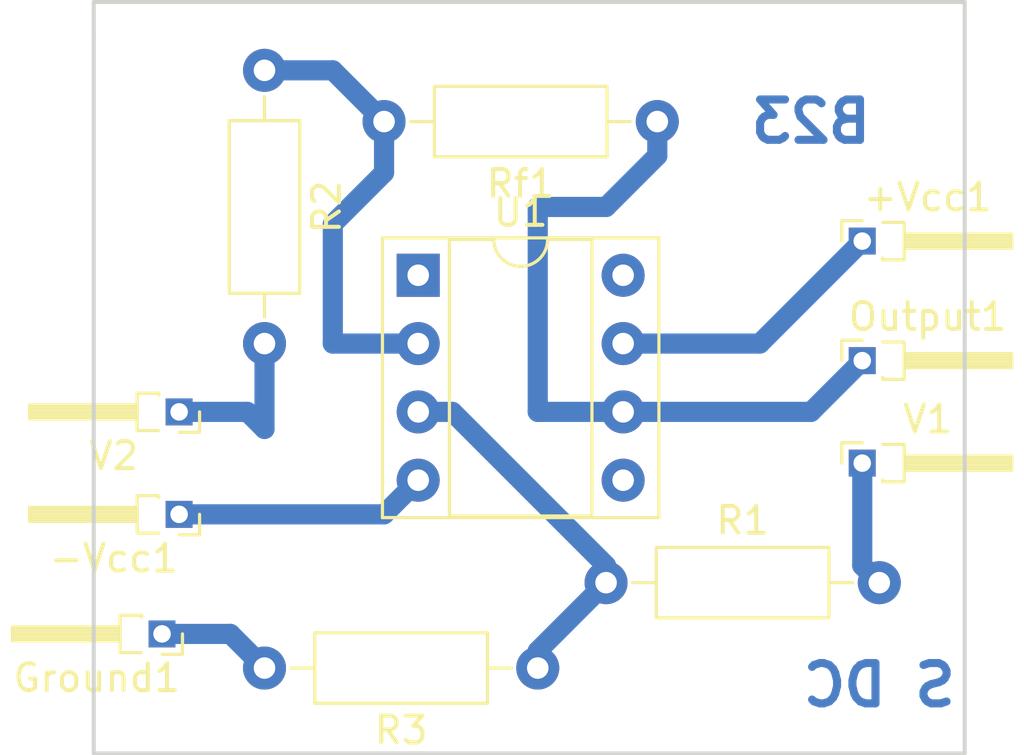
<source format=kicad_pcb>
(kicad_pcb (version 4) (host pcbnew 4.0.7)

  (general
    (links 11)
    (no_connects 0)
    (area 131.569999 73.584999 170.055001 101.81)
    (thickness 1.6)
    (drawings 7)
    (tracks 29)
    (zones 0)
    (modules 11)
    (nets 12)
  )

  (page A4)
  (layers
    (0 F.Cu signal)
    (31 B.Cu signal)
    (32 B.Adhes user)
    (33 F.Adhes user)
    (34 B.Paste user)
    (35 F.Paste user)
    (36 B.SilkS user)
    (37 F.SilkS user)
    (38 B.Mask user)
    (39 F.Mask user)
    (40 Dwgs.User user)
    (41 Cmts.User user)
    (42 Eco1.User user)
    (43 Eco2.User user)
    (44 Edge.Cuts user)
    (45 Margin user)
    (46 B.CrtYd user)
    (47 F.CrtYd user)
    (48 B.Fab user)
    (49 F.Fab user)
  )

  (setup
    (last_trace_width 0.75)
    (trace_clearance 0.2)
    (zone_clearance 0.508)
    (zone_45_only no)
    (trace_min 0.2)
    (segment_width 0.2)
    (edge_width 0.15)
    (via_size 0.6)
    (via_drill 0.4)
    (via_min_size 0.4)
    (via_min_drill 0.3)
    (uvia_size 0.3)
    (uvia_drill 0.1)
    (uvias_allowed no)
    (uvia_min_size 0.2)
    (uvia_min_drill 0.1)
    (pcb_text_width 0.3)
    (pcb_text_size 1.5 1.5)
    (mod_edge_width 0.15)
    (mod_text_size 1 1)
    (mod_text_width 0.15)
    (pad_size 1.524 1.524)
    (pad_drill 0.762)
    (pad_to_mask_clearance 0.2)
    (aux_axis_origin 0 0)
    (visible_elements 7FFFFFFF)
    (pcbplotparams
      (layerselection 0x0d030_80000001)
      (usegerberextensions false)
      (excludeedgelayer true)
      (linewidth 0.100000)
      (plotframeref false)
      (viasonmask false)
      (mode 1)
      (useauxorigin false)
      (hpglpennumber 1)
      (hpglpenspeed 20)
      (hpglpendiameter 15)
      (hpglpenoverlay 2)
      (psnegative false)
      (psa4output false)
      (plotreference true)
      (plotvalue true)
      (plotinvisibletext false)
      (padsonsilk false)
      (subtractmaskfromsilk false)
      (outputformat 4)
      (mirror false)
      (drillshape 0)
      (scaleselection 1)
      (outputdirectory ""))
  )

  (net 0 "")
  (net 1 "Net-(+Vcc1-Pad1)")
  (net 2 "Net-(-Vcc1-Pad1)")
  (net 3 "Net-(Ground1-Pad1)")
  (net 4 "Net-(Output1-Pad1)")
  (net 5 "Net-(R1-Pad1)")
  (net 6 "Net-(R1-Pad2)")
  (net 7 "Net-(R2-Pad1)")
  (net 8 "Net-(R2-Pad2)")
  (net 9 "Net-(U1-Pad1)")
  (net 10 "Net-(U1-Pad5)")
  (net 11 "Net-(U1-Pad8)")

  (net_class Default "This is the default net class."
    (clearance 0.2)
    (trace_width 0.75)
    (via_dia 0.6)
    (via_drill 0.4)
    (uvia_dia 0.3)
    (uvia_drill 0.1)
    (add_net "Net-(+Vcc1-Pad1)")
    (add_net "Net-(-Vcc1-Pad1)")
    (add_net "Net-(Ground1-Pad1)")
    (add_net "Net-(Output1-Pad1)")
    (add_net "Net-(R1-Pad1)")
    (add_net "Net-(R1-Pad2)")
    (add_net "Net-(R2-Pad1)")
    (add_net "Net-(R2-Pad2)")
    (add_net "Net-(U1-Pad1)")
    (add_net "Net-(U1-Pad5)")
    (add_net "Net-(U1-Pad8)")
  )

  (module Pin_Headers:Pin_Header_Angled_1x01_Pitch1.27mm (layer F.Cu) (tedit 59650535) (tstamp 5C5C30D9)
    (at 163.83 82.55)
    (descr "Through hole angled pin header, 1x01, 1.27mm pitch, 4.0mm pin length, single row")
    (tags "Through hole angled pin header THT 1x01 1.27mm single row")
    (path /5C5C28AD)
    (fp_text reference +Vcc1 (at 2.4325 -1.635) (layer F.SilkS)
      (effects (font (size 1 1) (thickness 0.15)))
    )
    (fp_text value +12V (at 2.4325 1.635) (layer F.Fab)
      (effects (font (size 1 1) (thickness 0.15)))
    )
    (fp_line (start 0.75 -0.635) (end 1.5 -0.635) (layer F.Fab) (width 0.1))
    (fp_line (start 1.5 -0.635) (end 1.5 0.635) (layer F.Fab) (width 0.1))
    (fp_line (start 1.5 0.635) (end 0.5 0.635) (layer F.Fab) (width 0.1))
    (fp_line (start 0.5 0.635) (end 0.5 -0.385) (layer F.Fab) (width 0.1))
    (fp_line (start 0.5 -0.385) (end 0.75 -0.635) (layer F.Fab) (width 0.1))
    (fp_line (start -0.2 -0.2) (end 0.5 -0.2) (layer F.Fab) (width 0.1))
    (fp_line (start -0.2 -0.2) (end -0.2 0.2) (layer F.Fab) (width 0.1))
    (fp_line (start -0.2 0.2) (end 0.5 0.2) (layer F.Fab) (width 0.1))
    (fp_line (start 1.5 -0.2) (end 5.5 -0.2) (layer F.Fab) (width 0.1))
    (fp_line (start 5.5 -0.2) (end 5.5 0.2) (layer F.Fab) (width 0.1))
    (fp_line (start 1.5 0.2) (end 5.5 0.2) (layer F.Fab) (width 0.1))
    (fp_line (start 0.76 -0.695) (end 1.56 -0.695) (layer F.SilkS) (width 0.12))
    (fp_line (start 1.56 -0.695) (end 1.56 0.695) (layer F.SilkS) (width 0.12))
    (fp_line (start 1.56 0.695) (end 0.76 0.695) (layer F.SilkS) (width 0.12))
    (fp_line (start 0.76 0.695) (end 0.76 0.619677) (layer F.SilkS) (width 0.12))
    (fp_line (start 1.56 -0.26) (end 5.56 -0.26) (layer F.SilkS) (width 0.12))
    (fp_line (start 5.56 -0.26) (end 5.56 0.26) (layer F.SilkS) (width 0.12))
    (fp_line (start 5.56 0.26) (end 1.56 0.26) (layer F.SilkS) (width 0.12))
    (fp_line (start 1.56 -0.2) (end 5.56 -0.2) (layer F.SilkS) (width 0.12))
    (fp_line (start 1.56 -0.08) (end 5.56 -0.08) (layer F.SilkS) (width 0.12))
    (fp_line (start 1.56 0.04) (end 5.56 0.04) (layer F.SilkS) (width 0.12))
    (fp_line (start 1.56 0.16) (end 5.56 0.16) (layer F.SilkS) (width 0.12))
    (fp_line (start -0.76 0) (end -0.76 -0.76) (layer F.SilkS) (width 0.12))
    (fp_line (start -0.76 -0.76) (end 0 -0.76) (layer F.SilkS) (width 0.12))
    (fp_line (start -1.15 -1.15) (end -1.15 1.15) (layer F.CrtYd) (width 0.05))
    (fp_line (start -1.15 1.15) (end 6 1.15) (layer F.CrtYd) (width 0.05))
    (fp_line (start 6 1.15) (end 6 -1.15) (layer F.CrtYd) (width 0.05))
    (fp_line (start 6 -1.15) (end -1.15 -1.15) (layer F.CrtYd) (width 0.05))
    (fp_text user %R (at 1 0 90) (layer F.Fab)
      (effects (font (size 0.6 0.6) (thickness 0.09)))
    )
    (pad 1 thru_hole rect (at 0 0) (size 1 1) (drill 0.65) (layers *.Cu *.Mask)
      (net 1 "Net-(+Vcc1-Pad1)"))
    (model ${KISYS3DMOD}/Pin_Headers.3dshapes/Pin_Header_Angled_1x01_Pitch1.27mm.wrl
      (at (xyz 0 0 0))
      (scale (xyz 1 1 1))
      (rotate (xyz 0 0 0))
    )
  )

  (module Pin_Headers:Pin_Header_Angled_1x01_Pitch1.27mm (layer F.Cu) (tedit 59650535) (tstamp 5C5C30DE)
    (at 138.43 92.71 180)
    (descr "Through hole angled pin header, 1x01, 1.27mm pitch, 4.0mm pin length, single row")
    (tags "Through hole angled pin header THT 1x01 1.27mm single row")
    (path /5C5C28D2)
    (fp_text reference -Vcc1 (at 2.4325 -1.635 180) (layer F.SilkS)
      (effects (font (size 1 1) (thickness 0.15)))
    )
    (fp_text value -12V (at 2.4325 1.635 180) (layer F.Fab)
      (effects (font (size 1 1) (thickness 0.15)))
    )
    (fp_line (start 0.75 -0.635) (end 1.5 -0.635) (layer F.Fab) (width 0.1))
    (fp_line (start 1.5 -0.635) (end 1.5 0.635) (layer F.Fab) (width 0.1))
    (fp_line (start 1.5 0.635) (end 0.5 0.635) (layer F.Fab) (width 0.1))
    (fp_line (start 0.5 0.635) (end 0.5 -0.385) (layer F.Fab) (width 0.1))
    (fp_line (start 0.5 -0.385) (end 0.75 -0.635) (layer F.Fab) (width 0.1))
    (fp_line (start -0.2 -0.2) (end 0.5 -0.2) (layer F.Fab) (width 0.1))
    (fp_line (start -0.2 -0.2) (end -0.2 0.2) (layer F.Fab) (width 0.1))
    (fp_line (start -0.2 0.2) (end 0.5 0.2) (layer F.Fab) (width 0.1))
    (fp_line (start 1.5 -0.2) (end 5.5 -0.2) (layer F.Fab) (width 0.1))
    (fp_line (start 5.5 -0.2) (end 5.5 0.2) (layer F.Fab) (width 0.1))
    (fp_line (start 1.5 0.2) (end 5.5 0.2) (layer F.Fab) (width 0.1))
    (fp_line (start 0.76 -0.695) (end 1.56 -0.695) (layer F.SilkS) (width 0.12))
    (fp_line (start 1.56 -0.695) (end 1.56 0.695) (layer F.SilkS) (width 0.12))
    (fp_line (start 1.56 0.695) (end 0.76 0.695) (layer F.SilkS) (width 0.12))
    (fp_line (start 0.76 0.695) (end 0.76 0.619677) (layer F.SilkS) (width 0.12))
    (fp_line (start 1.56 -0.26) (end 5.56 -0.26) (layer F.SilkS) (width 0.12))
    (fp_line (start 5.56 -0.26) (end 5.56 0.26) (layer F.SilkS) (width 0.12))
    (fp_line (start 5.56 0.26) (end 1.56 0.26) (layer F.SilkS) (width 0.12))
    (fp_line (start 1.56 -0.2) (end 5.56 -0.2) (layer F.SilkS) (width 0.12))
    (fp_line (start 1.56 -0.08) (end 5.56 -0.08) (layer F.SilkS) (width 0.12))
    (fp_line (start 1.56 0.04) (end 5.56 0.04) (layer F.SilkS) (width 0.12))
    (fp_line (start 1.56 0.16) (end 5.56 0.16) (layer F.SilkS) (width 0.12))
    (fp_line (start -0.76 0) (end -0.76 -0.76) (layer F.SilkS) (width 0.12))
    (fp_line (start -0.76 -0.76) (end 0 -0.76) (layer F.SilkS) (width 0.12))
    (fp_line (start -1.15 -1.15) (end -1.15 1.15) (layer F.CrtYd) (width 0.05))
    (fp_line (start -1.15 1.15) (end 6 1.15) (layer F.CrtYd) (width 0.05))
    (fp_line (start 6 1.15) (end 6 -1.15) (layer F.CrtYd) (width 0.05))
    (fp_line (start 6 -1.15) (end -1.15 -1.15) (layer F.CrtYd) (width 0.05))
    (fp_text user %R (at 1 0 270) (layer F.Fab)
      (effects (font (size 0.6 0.6) (thickness 0.09)))
    )
    (pad 1 thru_hole rect (at 0 0 180) (size 1 1) (drill 0.65) (layers *.Cu *.Mask)
      (net 2 "Net-(-Vcc1-Pad1)"))
    (model ${KISYS3DMOD}/Pin_Headers.3dshapes/Pin_Header_Angled_1x01_Pitch1.27mm.wrl
      (at (xyz 0 0 0))
      (scale (xyz 1 1 1))
      (rotate (xyz 0 0 0))
    )
  )

  (module Pin_Headers:Pin_Header_Angled_1x01_Pitch1.27mm (layer F.Cu) (tedit 59650535) (tstamp 5C5C30E3)
    (at 137.795 97.155 180)
    (descr "Through hole angled pin header, 1x01, 1.27mm pitch, 4.0mm pin length, single row")
    (tags "Through hole angled pin header THT 1x01 1.27mm single row")
    (path /5C5C2E96)
    (fp_text reference Ground1 (at 2.4325 -1.635 180) (layer F.SilkS)
      (effects (font (size 1 1) (thickness 0.15)))
    )
    (fp_text value Gnd (at 2.4325 1.635 180) (layer F.Fab)
      (effects (font (size 1 1) (thickness 0.15)))
    )
    (fp_line (start 0.75 -0.635) (end 1.5 -0.635) (layer F.Fab) (width 0.1))
    (fp_line (start 1.5 -0.635) (end 1.5 0.635) (layer F.Fab) (width 0.1))
    (fp_line (start 1.5 0.635) (end 0.5 0.635) (layer F.Fab) (width 0.1))
    (fp_line (start 0.5 0.635) (end 0.5 -0.385) (layer F.Fab) (width 0.1))
    (fp_line (start 0.5 -0.385) (end 0.75 -0.635) (layer F.Fab) (width 0.1))
    (fp_line (start -0.2 -0.2) (end 0.5 -0.2) (layer F.Fab) (width 0.1))
    (fp_line (start -0.2 -0.2) (end -0.2 0.2) (layer F.Fab) (width 0.1))
    (fp_line (start -0.2 0.2) (end 0.5 0.2) (layer F.Fab) (width 0.1))
    (fp_line (start 1.5 -0.2) (end 5.5 -0.2) (layer F.Fab) (width 0.1))
    (fp_line (start 5.5 -0.2) (end 5.5 0.2) (layer F.Fab) (width 0.1))
    (fp_line (start 1.5 0.2) (end 5.5 0.2) (layer F.Fab) (width 0.1))
    (fp_line (start 0.76 -0.695) (end 1.56 -0.695) (layer F.SilkS) (width 0.12))
    (fp_line (start 1.56 -0.695) (end 1.56 0.695) (layer F.SilkS) (width 0.12))
    (fp_line (start 1.56 0.695) (end 0.76 0.695) (layer F.SilkS) (width 0.12))
    (fp_line (start 0.76 0.695) (end 0.76 0.619677) (layer F.SilkS) (width 0.12))
    (fp_line (start 1.56 -0.26) (end 5.56 -0.26) (layer F.SilkS) (width 0.12))
    (fp_line (start 5.56 -0.26) (end 5.56 0.26) (layer F.SilkS) (width 0.12))
    (fp_line (start 5.56 0.26) (end 1.56 0.26) (layer F.SilkS) (width 0.12))
    (fp_line (start 1.56 -0.2) (end 5.56 -0.2) (layer F.SilkS) (width 0.12))
    (fp_line (start 1.56 -0.08) (end 5.56 -0.08) (layer F.SilkS) (width 0.12))
    (fp_line (start 1.56 0.04) (end 5.56 0.04) (layer F.SilkS) (width 0.12))
    (fp_line (start 1.56 0.16) (end 5.56 0.16) (layer F.SilkS) (width 0.12))
    (fp_line (start -0.76 0) (end -0.76 -0.76) (layer F.SilkS) (width 0.12))
    (fp_line (start -0.76 -0.76) (end 0 -0.76) (layer F.SilkS) (width 0.12))
    (fp_line (start -1.15 -1.15) (end -1.15 1.15) (layer F.CrtYd) (width 0.05))
    (fp_line (start -1.15 1.15) (end 6 1.15) (layer F.CrtYd) (width 0.05))
    (fp_line (start 6 1.15) (end 6 -1.15) (layer F.CrtYd) (width 0.05))
    (fp_line (start 6 -1.15) (end -1.15 -1.15) (layer F.CrtYd) (width 0.05))
    (fp_text user %R (at 1 0 270) (layer F.Fab)
      (effects (font (size 0.6 0.6) (thickness 0.09)))
    )
    (pad 1 thru_hole rect (at 0 0 180) (size 1 1) (drill 0.65) (layers *.Cu *.Mask)
      (net 3 "Net-(Ground1-Pad1)"))
    (model ${KISYS3DMOD}/Pin_Headers.3dshapes/Pin_Header_Angled_1x01_Pitch1.27mm.wrl
      (at (xyz 0 0 0))
      (scale (xyz 1 1 1))
      (rotate (xyz 0 0 0))
    )
  )

  (module Pin_Headers:Pin_Header_Angled_1x01_Pitch1.27mm (layer F.Cu) (tedit 59650535) (tstamp 5C5C30E8)
    (at 163.83 86.995)
    (descr "Through hole angled pin header, 1x01, 1.27mm pitch, 4.0mm pin length, single row")
    (tags "Through hole angled pin header THT 1x01 1.27mm single row")
    (path /5C5C28FD)
    (fp_text reference Output1 (at 2.4325 -1.635) (layer F.SilkS)
      (effects (font (size 1 1) (thickness 0.15)))
    )
    (fp_text value CRO (at 2.4325 1.635) (layer F.Fab)
      (effects (font (size 1 1) (thickness 0.15)))
    )
    (fp_line (start 0.75 -0.635) (end 1.5 -0.635) (layer F.Fab) (width 0.1))
    (fp_line (start 1.5 -0.635) (end 1.5 0.635) (layer F.Fab) (width 0.1))
    (fp_line (start 1.5 0.635) (end 0.5 0.635) (layer F.Fab) (width 0.1))
    (fp_line (start 0.5 0.635) (end 0.5 -0.385) (layer F.Fab) (width 0.1))
    (fp_line (start 0.5 -0.385) (end 0.75 -0.635) (layer F.Fab) (width 0.1))
    (fp_line (start -0.2 -0.2) (end 0.5 -0.2) (layer F.Fab) (width 0.1))
    (fp_line (start -0.2 -0.2) (end -0.2 0.2) (layer F.Fab) (width 0.1))
    (fp_line (start -0.2 0.2) (end 0.5 0.2) (layer F.Fab) (width 0.1))
    (fp_line (start 1.5 -0.2) (end 5.5 -0.2) (layer F.Fab) (width 0.1))
    (fp_line (start 5.5 -0.2) (end 5.5 0.2) (layer F.Fab) (width 0.1))
    (fp_line (start 1.5 0.2) (end 5.5 0.2) (layer F.Fab) (width 0.1))
    (fp_line (start 0.76 -0.695) (end 1.56 -0.695) (layer F.SilkS) (width 0.12))
    (fp_line (start 1.56 -0.695) (end 1.56 0.695) (layer F.SilkS) (width 0.12))
    (fp_line (start 1.56 0.695) (end 0.76 0.695) (layer F.SilkS) (width 0.12))
    (fp_line (start 0.76 0.695) (end 0.76 0.619677) (layer F.SilkS) (width 0.12))
    (fp_line (start 1.56 -0.26) (end 5.56 -0.26) (layer F.SilkS) (width 0.12))
    (fp_line (start 5.56 -0.26) (end 5.56 0.26) (layer F.SilkS) (width 0.12))
    (fp_line (start 5.56 0.26) (end 1.56 0.26) (layer F.SilkS) (width 0.12))
    (fp_line (start 1.56 -0.2) (end 5.56 -0.2) (layer F.SilkS) (width 0.12))
    (fp_line (start 1.56 -0.08) (end 5.56 -0.08) (layer F.SilkS) (width 0.12))
    (fp_line (start 1.56 0.04) (end 5.56 0.04) (layer F.SilkS) (width 0.12))
    (fp_line (start 1.56 0.16) (end 5.56 0.16) (layer F.SilkS) (width 0.12))
    (fp_line (start -0.76 0) (end -0.76 -0.76) (layer F.SilkS) (width 0.12))
    (fp_line (start -0.76 -0.76) (end 0 -0.76) (layer F.SilkS) (width 0.12))
    (fp_line (start -1.15 -1.15) (end -1.15 1.15) (layer F.CrtYd) (width 0.05))
    (fp_line (start -1.15 1.15) (end 6 1.15) (layer F.CrtYd) (width 0.05))
    (fp_line (start 6 1.15) (end 6 -1.15) (layer F.CrtYd) (width 0.05))
    (fp_line (start 6 -1.15) (end -1.15 -1.15) (layer F.CrtYd) (width 0.05))
    (fp_text user %R (at 1 0 90) (layer F.Fab)
      (effects (font (size 0.6 0.6) (thickness 0.09)))
    )
    (pad 1 thru_hole rect (at 0 0) (size 1 1) (drill 0.65) (layers *.Cu *.Mask)
      (net 4 "Net-(Output1-Pad1)"))
    (model ${KISYS3DMOD}/Pin_Headers.3dshapes/Pin_Header_Angled_1x01_Pitch1.27mm.wrl
      (at (xyz 0 0 0))
      (scale (xyz 1 1 1))
      (rotate (xyz 0 0 0))
    )
  )

  (module Resistors_THT:R_Axial_DIN0207_L6.3mm_D2.5mm_P10.16mm_Horizontal (layer F.Cu) (tedit 5874F706) (tstamp 5C5C30EE)
    (at 154.305 95.25)
    (descr "Resistor, Axial_DIN0207 series, Axial, Horizontal, pin pitch=10.16mm, 0.25W = 1/4W, length*diameter=6.3*2.5mm^2, http://cdn-reichelt.de/documents/datenblatt/B400/1_4W%23YAG.pdf")
    (tags "Resistor Axial_DIN0207 series Axial Horizontal pin pitch 10.16mm 0.25W = 1/4W length 6.3mm diameter 2.5mm")
    (path /5C5C27BF)
    (fp_text reference R1 (at 5.08 -2.31) (layer F.SilkS)
      (effects (font (size 1 1) (thickness 0.15)))
    )
    (fp_text value "1k ohm" (at 5.08 2.31) (layer F.Fab)
      (effects (font (size 1 1) (thickness 0.15)))
    )
    (fp_line (start 1.93 -1.25) (end 1.93 1.25) (layer F.Fab) (width 0.1))
    (fp_line (start 1.93 1.25) (end 8.23 1.25) (layer F.Fab) (width 0.1))
    (fp_line (start 8.23 1.25) (end 8.23 -1.25) (layer F.Fab) (width 0.1))
    (fp_line (start 8.23 -1.25) (end 1.93 -1.25) (layer F.Fab) (width 0.1))
    (fp_line (start 0 0) (end 1.93 0) (layer F.Fab) (width 0.1))
    (fp_line (start 10.16 0) (end 8.23 0) (layer F.Fab) (width 0.1))
    (fp_line (start 1.87 -1.31) (end 1.87 1.31) (layer F.SilkS) (width 0.12))
    (fp_line (start 1.87 1.31) (end 8.29 1.31) (layer F.SilkS) (width 0.12))
    (fp_line (start 8.29 1.31) (end 8.29 -1.31) (layer F.SilkS) (width 0.12))
    (fp_line (start 8.29 -1.31) (end 1.87 -1.31) (layer F.SilkS) (width 0.12))
    (fp_line (start 0.98 0) (end 1.87 0) (layer F.SilkS) (width 0.12))
    (fp_line (start 9.18 0) (end 8.29 0) (layer F.SilkS) (width 0.12))
    (fp_line (start -1.05 -1.6) (end -1.05 1.6) (layer F.CrtYd) (width 0.05))
    (fp_line (start -1.05 1.6) (end 11.25 1.6) (layer F.CrtYd) (width 0.05))
    (fp_line (start 11.25 1.6) (end 11.25 -1.6) (layer F.CrtYd) (width 0.05))
    (fp_line (start 11.25 -1.6) (end -1.05 -1.6) (layer F.CrtYd) (width 0.05))
    (pad 1 thru_hole circle (at 0 0) (size 1.6 1.6) (drill 0.8) (layers *.Cu *.Mask)
      (net 5 "Net-(R1-Pad1)"))
    (pad 2 thru_hole oval (at 10.16 0) (size 1.6 1.6) (drill 0.8) (layers *.Cu *.Mask)
      (net 6 "Net-(R1-Pad2)"))
    (model ${KISYS3DMOD}/Resistors_THT.3dshapes/R_Axial_DIN0207_L6.3mm_D2.5mm_P10.16mm_Horizontal.wrl
      (at (xyz 0 0 0))
      (scale (xyz 0.393701 0.393701 0.393701))
      (rotate (xyz 0 0 0))
    )
  )

  (module Resistors_THT:R_Axial_DIN0207_L6.3mm_D2.5mm_P10.16mm_Horizontal (layer F.Cu) (tedit 5874F706) (tstamp 5C5C30F4)
    (at 141.605 76.2 270)
    (descr "Resistor, Axial_DIN0207 series, Axial, Horizontal, pin pitch=10.16mm, 0.25W = 1/4W, length*diameter=6.3*2.5mm^2, http://cdn-reichelt.de/documents/datenblatt/B400/1_4W%23YAG.pdf")
    (tags "Resistor Axial_DIN0207 series Axial Horizontal pin pitch 10.16mm 0.25W = 1/4W length 6.3mm diameter 2.5mm")
    (path /5C5C27A2)
    (fp_text reference R2 (at 5.08 -2.31 270) (layer F.SilkS)
      (effects (font (size 1 1) (thickness 0.15)))
    )
    (fp_text value "1k ohm" (at 5.08 2.31 270) (layer F.Fab)
      (effects (font (size 1 1) (thickness 0.15)))
    )
    (fp_line (start 1.93 -1.25) (end 1.93 1.25) (layer F.Fab) (width 0.1))
    (fp_line (start 1.93 1.25) (end 8.23 1.25) (layer F.Fab) (width 0.1))
    (fp_line (start 8.23 1.25) (end 8.23 -1.25) (layer F.Fab) (width 0.1))
    (fp_line (start 8.23 -1.25) (end 1.93 -1.25) (layer F.Fab) (width 0.1))
    (fp_line (start 0 0) (end 1.93 0) (layer F.Fab) (width 0.1))
    (fp_line (start 10.16 0) (end 8.23 0) (layer F.Fab) (width 0.1))
    (fp_line (start 1.87 -1.31) (end 1.87 1.31) (layer F.SilkS) (width 0.12))
    (fp_line (start 1.87 1.31) (end 8.29 1.31) (layer F.SilkS) (width 0.12))
    (fp_line (start 8.29 1.31) (end 8.29 -1.31) (layer F.SilkS) (width 0.12))
    (fp_line (start 8.29 -1.31) (end 1.87 -1.31) (layer F.SilkS) (width 0.12))
    (fp_line (start 0.98 0) (end 1.87 0) (layer F.SilkS) (width 0.12))
    (fp_line (start 9.18 0) (end 8.29 0) (layer F.SilkS) (width 0.12))
    (fp_line (start -1.05 -1.6) (end -1.05 1.6) (layer F.CrtYd) (width 0.05))
    (fp_line (start -1.05 1.6) (end 11.25 1.6) (layer F.CrtYd) (width 0.05))
    (fp_line (start 11.25 1.6) (end 11.25 -1.6) (layer F.CrtYd) (width 0.05))
    (fp_line (start 11.25 -1.6) (end -1.05 -1.6) (layer F.CrtYd) (width 0.05))
    (pad 1 thru_hole circle (at 0 0 270) (size 1.6 1.6) (drill 0.8) (layers *.Cu *.Mask)
      (net 7 "Net-(R2-Pad1)"))
    (pad 2 thru_hole oval (at 10.16 0 270) (size 1.6 1.6) (drill 0.8) (layers *.Cu *.Mask)
      (net 8 "Net-(R2-Pad2)"))
    (model ${KISYS3DMOD}/Resistors_THT.3dshapes/R_Axial_DIN0207_L6.3mm_D2.5mm_P10.16mm_Horizontal.wrl
      (at (xyz 0 0 0))
      (scale (xyz 0.393701 0.393701 0.393701))
      (rotate (xyz 0 0 0))
    )
  )

  (module Resistors_THT:R_Axial_DIN0207_L6.3mm_D2.5mm_P10.16mm_Horizontal (layer F.Cu) (tedit 5874F706) (tstamp 5C5C30FA)
    (at 151.765 98.425 180)
    (descr "Resistor, Axial_DIN0207 series, Axial, Horizontal, pin pitch=10.16mm, 0.25W = 1/4W, length*diameter=6.3*2.5mm^2, http://cdn-reichelt.de/documents/datenblatt/B400/1_4W%23YAG.pdf")
    (tags "Resistor Axial_DIN0207 series Axial Horizontal pin pitch 10.16mm 0.25W = 1/4W length 6.3mm diameter 2.5mm")
    (path /5C5C2777)
    (fp_text reference R3 (at 5.08 -2.31 180) (layer F.SilkS)
      (effects (font (size 1 1) (thickness 0.15)))
    )
    (fp_text value "1k ohm" (at 5.08 2.31 180) (layer F.Fab)
      (effects (font (size 1 1) (thickness 0.15)))
    )
    (fp_line (start 1.93 -1.25) (end 1.93 1.25) (layer F.Fab) (width 0.1))
    (fp_line (start 1.93 1.25) (end 8.23 1.25) (layer F.Fab) (width 0.1))
    (fp_line (start 8.23 1.25) (end 8.23 -1.25) (layer F.Fab) (width 0.1))
    (fp_line (start 8.23 -1.25) (end 1.93 -1.25) (layer F.Fab) (width 0.1))
    (fp_line (start 0 0) (end 1.93 0) (layer F.Fab) (width 0.1))
    (fp_line (start 10.16 0) (end 8.23 0) (layer F.Fab) (width 0.1))
    (fp_line (start 1.87 -1.31) (end 1.87 1.31) (layer F.SilkS) (width 0.12))
    (fp_line (start 1.87 1.31) (end 8.29 1.31) (layer F.SilkS) (width 0.12))
    (fp_line (start 8.29 1.31) (end 8.29 -1.31) (layer F.SilkS) (width 0.12))
    (fp_line (start 8.29 -1.31) (end 1.87 -1.31) (layer F.SilkS) (width 0.12))
    (fp_line (start 0.98 0) (end 1.87 0) (layer F.SilkS) (width 0.12))
    (fp_line (start 9.18 0) (end 8.29 0) (layer F.SilkS) (width 0.12))
    (fp_line (start -1.05 -1.6) (end -1.05 1.6) (layer F.CrtYd) (width 0.05))
    (fp_line (start -1.05 1.6) (end 11.25 1.6) (layer F.CrtYd) (width 0.05))
    (fp_line (start 11.25 1.6) (end 11.25 -1.6) (layer F.CrtYd) (width 0.05))
    (fp_line (start 11.25 -1.6) (end -1.05 -1.6) (layer F.CrtYd) (width 0.05))
    (pad 1 thru_hole circle (at 0 0 180) (size 1.6 1.6) (drill 0.8) (layers *.Cu *.Mask)
      (net 5 "Net-(R1-Pad1)"))
    (pad 2 thru_hole oval (at 10.16 0 180) (size 1.6 1.6) (drill 0.8) (layers *.Cu *.Mask)
      (net 3 "Net-(Ground1-Pad1)"))
    (model ${KISYS3DMOD}/Resistors_THT.3dshapes/R_Axial_DIN0207_L6.3mm_D2.5mm_P10.16mm_Horizontal.wrl
      (at (xyz 0 0 0))
      (scale (xyz 0.393701 0.393701 0.393701))
      (rotate (xyz 0 0 0))
    )
  )

  (module Resistors_THT:R_Axial_DIN0207_L6.3mm_D2.5mm_P10.16mm_Horizontal (layer F.Cu) (tedit 5874F706) (tstamp 5C5C3100)
    (at 156.21 78.105 180)
    (descr "Resistor, Axial_DIN0207 series, Axial, Horizontal, pin pitch=10.16mm, 0.25W = 1/4W, length*diameter=6.3*2.5mm^2, http://cdn-reichelt.de/documents/datenblatt/B400/1_4W%23YAG.pdf")
    (tags "Resistor Axial_DIN0207 series Axial Horizontal pin pitch 10.16mm 0.25W = 1/4W length 6.3mm diameter 2.5mm")
    (path /5C5C2824)
    (fp_text reference Rf1 (at 5.08 -2.31 180) (layer F.SilkS)
      (effects (font (size 1 1) (thickness 0.15)))
    )
    (fp_text value "1k ohm" (at 5.08 2.31 180) (layer F.Fab)
      (effects (font (size 1 1) (thickness 0.15)))
    )
    (fp_line (start 1.93 -1.25) (end 1.93 1.25) (layer F.Fab) (width 0.1))
    (fp_line (start 1.93 1.25) (end 8.23 1.25) (layer F.Fab) (width 0.1))
    (fp_line (start 8.23 1.25) (end 8.23 -1.25) (layer F.Fab) (width 0.1))
    (fp_line (start 8.23 -1.25) (end 1.93 -1.25) (layer F.Fab) (width 0.1))
    (fp_line (start 0 0) (end 1.93 0) (layer F.Fab) (width 0.1))
    (fp_line (start 10.16 0) (end 8.23 0) (layer F.Fab) (width 0.1))
    (fp_line (start 1.87 -1.31) (end 1.87 1.31) (layer F.SilkS) (width 0.12))
    (fp_line (start 1.87 1.31) (end 8.29 1.31) (layer F.SilkS) (width 0.12))
    (fp_line (start 8.29 1.31) (end 8.29 -1.31) (layer F.SilkS) (width 0.12))
    (fp_line (start 8.29 -1.31) (end 1.87 -1.31) (layer F.SilkS) (width 0.12))
    (fp_line (start 0.98 0) (end 1.87 0) (layer F.SilkS) (width 0.12))
    (fp_line (start 9.18 0) (end 8.29 0) (layer F.SilkS) (width 0.12))
    (fp_line (start -1.05 -1.6) (end -1.05 1.6) (layer F.CrtYd) (width 0.05))
    (fp_line (start -1.05 1.6) (end 11.25 1.6) (layer F.CrtYd) (width 0.05))
    (fp_line (start 11.25 1.6) (end 11.25 -1.6) (layer F.CrtYd) (width 0.05))
    (fp_line (start 11.25 -1.6) (end -1.05 -1.6) (layer F.CrtYd) (width 0.05))
    (pad 1 thru_hole circle (at 0 0 180) (size 1.6 1.6) (drill 0.8) (layers *.Cu *.Mask)
      (net 4 "Net-(Output1-Pad1)"))
    (pad 2 thru_hole oval (at 10.16 0 180) (size 1.6 1.6) (drill 0.8) (layers *.Cu *.Mask)
      (net 7 "Net-(R2-Pad1)"))
    (model ${KISYS3DMOD}/Resistors_THT.3dshapes/R_Axial_DIN0207_L6.3mm_D2.5mm_P10.16mm_Horizontal.wrl
      (at (xyz 0 0 0))
      (scale (xyz 0.393701 0.393701 0.393701))
      (rotate (xyz 0 0 0))
    )
  )

  (module Housings_DIP:DIP-8_W7.62mm_Socket (layer F.Cu) (tedit 59C78D6B) (tstamp 5C5C310C)
    (at 147.32 83.82)
    (descr "8-lead though-hole mounted DIP package, row spacing 7.62 mm (300 mils), Socket")
    (tags "THT DIP DIL PDIP 2.54mm 7.62mm 300mil Socket")
    (path /5C5C26F0)
    (fp_text reference U1 (at 3.81 -2.33) (layer F.SilkS)
      (effects (font (size 1 1) (thickness 0.15)))
    )
    (fp_text value LM741 (at 3.81 9.95) (layer F.Fab)
      (effects (font (size 1 1) (thickness 0.15)))
    )
    (fp_arc (start 3.81 -1.33) (end 2.81 -1.33) (angle -180) (layer F.SilkS) (width 0.12))
    (fp_line (start 1.635 -1.27) (end 6.985 -1.27) (layer F.Fab) (width 0.1))
    (fp_line (start 6.985 -1.27) (end 6.985 8.89) (layer F.Fab) (width 0.1))
    (fp_line (start 6.985 8.89) (end 0.635 8.89) (layer F.Fab) (width 0.1))
    (fp_line (start 0.635 8.89) (end 0.635 -0.27) (layer F.Fab) (width 0.1))
    (fp_line (start 0.635 -0.27) (end 1.635 -1.27) (layer F.Fab) (width 0.1))
    (fp_line (start -1.27 -1.33) (end -1.27 8.95) (layer F.Fab) (width 0.1))
    (fp_line (start -1.27 8.95) (end 8.89 8.95) (layer F.Fab) (width 0.1))
    (fp_line (start 8.89 8.95) (end 8.89 -1.33) (layer F.Fab) (width 0.1))
    (fp_line (start 8.89 -1.33) (end -1.27 -1.33) (layer F.Fab) (width 0.1))
    (fp_line (start 2.81 -1.33) (end 1.16 -1.33) (layer F.SilkS) (width 0.12))
    (fp_line (start 1.16 -1.33) (end 1.16 8.95) (layer F.SilkS) (width 0.12))
    (fp_line (start 1.16 8.95) (end 6.46 8.95) (layer F.SilkS) (width 0.12))
    (fp_line (start 6.46 8.95) (end 6.46 -1.33) (layer F.SilkS) (width 0.12))
    (fp_line (start 6.46 -1.33) (end 4.81 -1.33) (layer F.SilkS) (width 0.12))
    (fp_line (start -1.33 -1.39) (end -1.33 9.01) (layer F.SilkS) (width 0.12))
    (fp_line (start -1.33 9.01) (end 8.95 9.01) (layer F.SilkS) (width 0.12))
    (fp_line (start 8.95 9.01) (end 8.95 -1.39) (layer F.SilkS) (width 0.12))
    (fp_line (start 8.95 -1.39) (end -1.33 -1.39) (layer F.SilkS) (width 0.12))
    (fp_line (start -1.55 -1.6) (end -1.55 9.2) (layer F.CrtYd) (width 0.05))
    (fp_line (start -1.55 9.2) (end 9.15 9.2) (layer F.CrtYd) (width 0.05))
    (fp_line (start 9.15 9.2) (end 9.15 -1.6) (layer F.CrtYd) (width 0.05))
    (fp_line (start 9.15 -1.6) (end -1.55 -1.6) (layer F.CrtYd) (width 0.05))
    (fp_text user %R (at 3.81 3.81) (layer F.Fab)
      (effects (font (size 1 1) (thickness 0.15)))
    )
    (pad 1 thru_hole rect (at 0 0) (size 1.6 1.6) (drill 0.8) (layers *.Cu *.Mask)
      (net 9 "Net-(U1-Pad1)"))
    (pad 5 thru_hole oval (at 7.62 7.62) (size 1.6 1.6) (drill 0.8) (layers *.Cu *.Mask)
      (net 10 "Net-(U1-Pad5)"))
    (pad 2 thru_hole oval (at 0 2.54) (size 1.6 1.6) (drill 0.8) (layers *.Cu *.Mask)
      (net 7 "Net-(R2-Pad1)"))
    (pad 6 thru_hole oval (at 7.62 5.08) (size 1.6 1.6) (drill 0.8) (layers *.Cu *.Mask)
      (net 4 "Net-(Output1-Pad1)"))
    (pad 3 thru_hole oval (at 0 5.08) (size 1.6 1.6) (drill 0.8) (layers *.Cu *.Mask)
      (net 5 "Net-(R1-Pad1)"))
    (pad 7 thru_hole oval (at 7.62 2.54) (size 1.6 1.6) (drill 0.8) (layers *.Cu *.Mask)
      (net 1 "Net-(+Vcc1-Pad1)"))
    (pad 4 thru_hole oval (at 0 7.62) (size 1.6 1.6) (drill 0.8) (layers *.Cu *.Mask)
      (net 2 "Net-(-Vcc1-Pad1)"))
    (pad 8 thru_hole oval (at 7.62 0) (size 1.6 1.6) (drill 0.8) (layers *.Cu *.Mask)
      (net 11 "Net-(U1-Pad8)"))
    (model ${KISYS3DMOD}/Housings_DIP.3dshapes/DIP-8_W7.62mm_Socket.wrl
      (at (xyz 0 0 0))
      (scale (xyz 1 1 1))
      (rotate (xyz 0 0 0))
    )
  )

  (module Pin_Headers:Pin_Header_Angled_1x01_Pitch1.27mm (layer F.Cu) (tedit 59650535) (tstamp 5C5C3111)
    (at 163.83 90.805)
    (descr "Through hole angled pin header, 1x01, 1.27mm pitch, 4.0mm pin length, single row")
    (tags "Through hole angled pin header THT 1x01 1.27mm single row")
    (path /5C5C2957)
    (fp_text reference V1 (at 2.4325 -1.635) (layer F.SilkS)
      (effects (font (size 1 1) (thickness 0.15)))
    )
    (fp_text value 1V (at 2.4325 1.635) (layer F.Fab)
      (effects (font (size 1 1) (thickness 0.15)))
    )
    (fp_line (start 0.75 -0.635) (end 1.5 -0.635) (layer F.Fab) (width 0.1))
    (fp_line (start 1.5 -0.635) (end 1.5 0.635) (layer F.Fab) (width 0.1))
    (fp_line (start 1.5 0.635) (end 0.5 0.635) (layer F.Fab) (width 0.1))
    (fp_line (start 0.5 0.635) (end 0.5 -0.385) (layer F.Fab) (width 0.1))
    (fp_line (start 0.5 -0.385) (end 0.75 -0.635) (layer F.Fab) (width 0.1))
    (fp_line (start -0.2 -0.2) (end 0.5 -0.2) (layer F.Fab) (width 0.1))
    (fp_line (start -0.2 -0.2) (end -0.2 0.2) (layer F.Fab) (width 0.1))
    (fp_line (start -0.2 0.2) (end 0.5 0.2) (layer F.Fab) (width 0.1))
    (fp_line (start 1.5 -0.2) (end 5.5 -0.2) (layer F.Fab) (width 0.1))
    (fp_line (start 5.5 -0.2) (end 5.5 0.2) (layer F.Fab) (width 0.1))
    (fp_line (start 1.5 0.2) (end 5.5 0.2) (layer F.Fab) (width 0.1))
    (fp_line (start 0.76 -0.695) (end 1.56 -0.695) (layer F.SilkS) (width 0.12))
    (fp_line (start 1.56 -0.695) (end 1.56 0.695) (layer F.SilkS) (width 0.12))
    (fp_line (start 1.56 0.695) (end 0.76 0.695) (layer F.SilkS) (width 0.12))
    (fp_line (start 0.76 0.695) (end 0.76 0.619677) (layer F.SilkS) (width 0.12))
    (fp_line (start 1.56 -0.26) (end 5.56 -0.26) (layer F.SilkS) (width 0.12))
    (fp_line (start 5.56 -0.26) (end 5.56 0.26) (layer F.SilkS) (width 0.12))
    (fp_line (start 5.56 0.26) (end 1.56 0.26) (layer F.SilkS) (width 0.12))
    (fp_line (start 1.56 -0.2) (end 5.56 -0.2) (layer F.SilkS) (width 0.12))
    (fp_line (start 1.56 -0.08) (end 5.56 -0.08) (layer F.SilkS) (width 0.12))
    (fp_line (start 1.56 0.04) (end 5.56 0.04) (layer F.SilkS) (width 0.12))
    (fp_line (start 1.56 0.16) (end 5.56 0.16) (layer F.SilkS) (width 0.12))
    (fp_line (start -0.76 0) (end -0.76 -0.76) (layer F.SilkS) (width 0.12))
    (fp_line (start -0.76 -0.76) (end 0 -0.76) (layer F.SilkS) (width 0.12))
    (fp_line (start -1.15 -1.15) (end -1.15 1.15) (layer F.CrtYd) (width 0.05))
    (fp_line (start -1.15 1.15) (end 6 1.15) (layer F.CrtYd) (width 0.05))
    (fp_line (start 6 1.15) (end 6 -1.15) (layer F.CrtYd) (width 0.05))
    (fp_line (start 6 -1.15) (end -1.15 -1.15) (layer F.CrtYd) (width 0.05))
    (fp_text user %R (at 1 0 90) (layer F.Fab)
      (effects (font (size 0.6 0.6) (thickness 0.09)))
    )
    (pad 1 thru_hole rect (at 0 0) (size 1 1) (drill 0.65) (layers *.Cu *.Mask)
      (net 6 "Net-(R1-Pad2)"))
    (model ${KISYS3DMOD}/Pin_Headers.3dshapes/Pin_Header_Angled_1x01_Pitch1.27mm.wrl
      (at (xyz 0 0 0))
      (scale (xyz 1 1 1))
      (rotate (xyz 0 0 0))
    )
  )

  (module Pin_Headers:Pin_Header_Angled_1x01_Pitch1.27mm (layer F.Cu) (tedit 59650535) (tstamp 5C5C3116)
    (at 138.43 88.9 180)
    (descr "Through hole angled pin header, 1x01, 1.27mm pitch, 4.0mm pin length, single row")
    (tags "Through hole angled pin header THT 1x01 1.27mm single row")
    (path /5C5C2930)
    (fp_text reference V2 (at 2.4325 -1.635 180) (layer F.SilkS)
      (effects (font (size 1 1) (thickness 0.15)))
    )
    (fp_text value 5V (at 2.4325 1.635 180) (layer F.Fab)
      (effects (font (size 1 1) (thickness 0.15)))
    )
    (fp_line (start 0.75 -0.635) (end 1.5 -0.635) (layer F.Fab) (width 0.1))
    (fp_line (start 1.5 -0.635) (end 1.5 0.635) (layer F.Fab) (width 0.1))
    (fp_line (start 1.5 0.635) (end 0.5 0.635) (layer F.Fab) (width 0.1))
    (fp_line (start 0.5 0.635) (end 0.5 -0.385) (layer F.Fab) (width 0.1))
    (fp_line (start 0.5 -0.385) (end 0.75 -0.635) (layer F.Fab) (width 0.1))
    (fp_line (start -0.2 -0.2) (end 0.5 -0.2) (layer F.Fab) (width 0.1))
    (fp_line (start -0.2 -0.2) (end -0.2 0.2) (layer F.Fab) (width 0.1))
    (fp_line (start -0.2 0.2) (end 0.5 0.2) (layer F.Fab) (width 0.1))
    (fp_line (start 1.5 -0.2) (end 5.5 -0.2) (layer F.Fab) (width 0.1))
    (fp_line (start 5.5 -0.2) (end 5.5 0.2) (layer F.Fab) (width 0.1))
    (fp_line (start 1.5 0.2) (end 5.5 0.2) (layer F.Fab) (width 0.1))
    (fp_line (start 0.76 -0.695) (end 1.56 -0.695) (layer F.SilkS) (width 0.12))
    (fp_line (start 1.56 -0.695) (end 1.56 0.695) (layer F.SilkS) (width 0.12))
    (fp_line (start 1.56 0.695) (end 0.76 0.695) (layer F.SilkS) (width 0.12))
    (fp_line (start 0.76 0.695) (end 0.76 0.619677) (layer F.SilkS) (width 0.12))
    (fp_line (start 1.56 -0.26) (end 5.56 -0.26) (layer F.SilkS) (width 0.12))
    (fp_line (start 5.56 -0.26) (end 5.56 0.26) (layer F.SilkS) (width 0.12))
    (fp_line (start 5.56 0.26) (end 1.56 0.26) (layer F.SilkS) (width 0.12))
    (fp_line (start 1.56 -0.2) (end 5.56 -0.2) (layer F.SilkS) (width 0.12))
    (fp_line (start 1.56 -0.08) (end 5.56 -0.08) (layer F.SilkS) (width 0.12))
    (fp_line (start 1.56 0.04) (end 5.56 0.04) (layer F.SilkS) (width 0.12))
    (fp_line (start 1.56 0.16) (end 5.56 0.16) (layer F.SilkS) (width 0.12))
    (fp_line (start -0.76 0) (end -0.76 -0.76) (layer F.SilkS) (width 0.12))
    (fp_line (start -0.76 -0.76) (end 0 -0.76) (layer F.SilkS) (width 0.12))
    (fp_line (start -1.15 -1.15) (end -1.15 1.15) (layer F.CrtYd) (width 0.05))
    (fp_line (start -1.15 1.15) (end 6 1.15) (layer F.CrtYd) (width 0.05))
    (fp_line (start 6 1.15) (end 6 -1.15) (layer F.CrtYd) (width 0.05))
    (fp_line (start 6 -1.15) (end -1.15 -1.15) (layer F.CrtYd) (width 0.05))
    (fp_text user %R (at 1 0 270) (layer F.Fab)
      (effects (font (size 0.6 0.6) (thickness 0.09)))
    )
    (pad 1 thru_hole rect (at 0 0 180) (size 1 1) (drill 0.65) (layers *.Cu *.Mask)
      (net 8 "Net-(R2-Pad2)"))
    (model ${KISYS3DMOD}/Pin_Headers.3dshapes/Pin_Header_Angled_1x01_Pitch1.27mm.wrl
      (at (xyz 0 0 0))
      (scale (xyz 1 1 1))
      (rotate (xyz 0 0 0))
    )
  )

  (gr_line (start 135.255 73.66) (end 135.255 74.93) (angle 90) (layer Edge.Cuts) (width 0.15))
  (gr_line (start 167.64 73.66) (end 135.255 73.66) (angle 90) (layer Edge.Cuts) (width 0.15))
  (gr_line (start 167.64 101.6) (end 167.64 73.66) (angle 90) (layer Edge.Cuts) (width 0.15))
  (gr_line (start 135.255 101.6) (end 167.64 101.6) (angle 90) (layer Edge.Cuts) (width 0.15))
  (gr_line (start 135.255 74.93) (end 135.255 101.6) (angle 90) (layer Edge.Cuts) (width 0.15))
  (gr_text "S DC" (at 164.465 99.06) (layer B.Cu)
    (effects (font (size 1.5 1.5) (thickness 0.3)) (justify mirror))
  )
  (gr_text B23 (at 161.925 78.105) (layer B.Cu)
    (effects (font (size 1.5 1.5) (thickness 0.3)) (justify mirror))
  )

  (segment (start 154.94 86.36) (end 160.02 86.36) (width 0.75) (layer B.Cu) (net 1))
  (segment (start 160.02 86.36) (end 163.83 82.55) (width 0.75) (layer B.Cu) (net 1) (tstamp 5C5C3236))
  (segment (start 138.43 92.71) (end 146.05 92.71) (width 0.75) (layer B.Cu) (net 2))
  (segment (start 146.05 92.71) (end 147.32 91.44) (width 0.75) (layer B.Cu) (net 2) (tstamp 5C5C3259))
  (segment (start 137.795 97.155) (end 140.335 97.155) (width 0.75) (layer B.Cu) (net 3))
  (segment (start 140.335 97.155) (end 141.605 98.425) (width 0.75) (layer B.Cu) (net 3) (tstamp 5C5C3256))
  (segment (start 156.21 78.105) (end 156.21 79.375) (width 0.75) (layer B.Cu) (net 4))
  (segment (start 151.765 88.9) (end 154.94 88.9) (width 0.75) (layer B.Cu) (net 4) (tstamp 5C5C323D))
  (segment (start 151.765 81.28) (end 151.765 88.9) (width 0.75) (layer B.Cu) (net 4) (tstamp 5C5C323C))
  (segment (start 154.305 81.28) (end 151.765 81.28) (width 0.75) (layer B.Cu) (net 4) (tstamp 5C5C323B))
  (segment (start 156.21 79.375) (end 154.305 81.28) (width 0.75) (layer B.Cu) (net 4) (tstamp 5C5C323A))
  (segment (start 154.94 88.9) (end 161.925 88.9) (width 0.75) (layer B.Cu) (net 4))
  (segment (start 161.925 88.9) (end 163.83 86.995) (width 0.75) (layer B.Cu) (net 4) (tstamp 5C5C3231))
  (segment (start 151.765 98.425) (end 151.765 97.79) (width 0.75) (layer B.Cu) (net 5))
  (segment (start 151.765 97.79) (end 154.305 95.25) (width 0.75) (layer B.Cu) (net 5) (tstamp 5C5C3252))
  (segment (start 147.32 88.9) (end 148.59 88.9) (width 0.75) (layer B.Cu) (net 5))
  (segment (start 148.59 88.9) (end 154.305 94.615) (width 0.75) (layer B.Cu) (net 5) (tstamp 5C5C324A))
  (segment (start 154.305 94.615) (end 154.305 95.25) (width 0.75) (layer B.Cu) (net 5) (tstamp 5C5C324C))
  (segment (start 163.83 90.805) (end 163.83 94.615) (width 0.75) (layer B.Cu) (net 6))
  (segment (start 163.83 94.615) (end 164.465 95.25) (width 0.75) (layer B.Cu) (net 6) (tstamp 5C5C3246))
  (segment (start 146.05 78.105) (end 146.05 80.01) (width 0.75) (layer B.Cu) (net 7))
  (segment (start 144.145 86.36) (end 147.32 86.36) (width 0.75) (layer B.Cu) (net 7) (tstamp 5C5C326A))
  (segment (start 144.145 81.915) (end 144.145 86.36) (width 0.75) (layer B.Cu) (net 7) (tstamp 5C5C3268))
  (segment (start 146.05 80.01) (end 144.145 81.915) (width 0.75) (layer B.Cu) (net 7) (tstamp 5C5C3266))
  (segment (start 141.605 76.2) (end 144.145 76.2) (width 0.75) (layer B.Cu) (net 7))
  (segment (start 144.145 76.2) (end 146.05 78.105) (width 0.75) (layer B.Cu) (net 7) (tstamp 5C5C3262))
  (segment (start 141.605 86.36) (end 141.605 89.535) (width 0.75) (layer B.Cu) (net 8))
  (segment (start 140.97 88.9) (end 138.43 88.9) (width 0.75) (layer B.Cu) (net 8) (tstamp 5C5C325E))
  (segment (start 141.605 89.535) (end 140.97 88.9) (width 0.75) (layer B.Cu) (net 8) (tstamp 5C5C325D))

)

</source>
